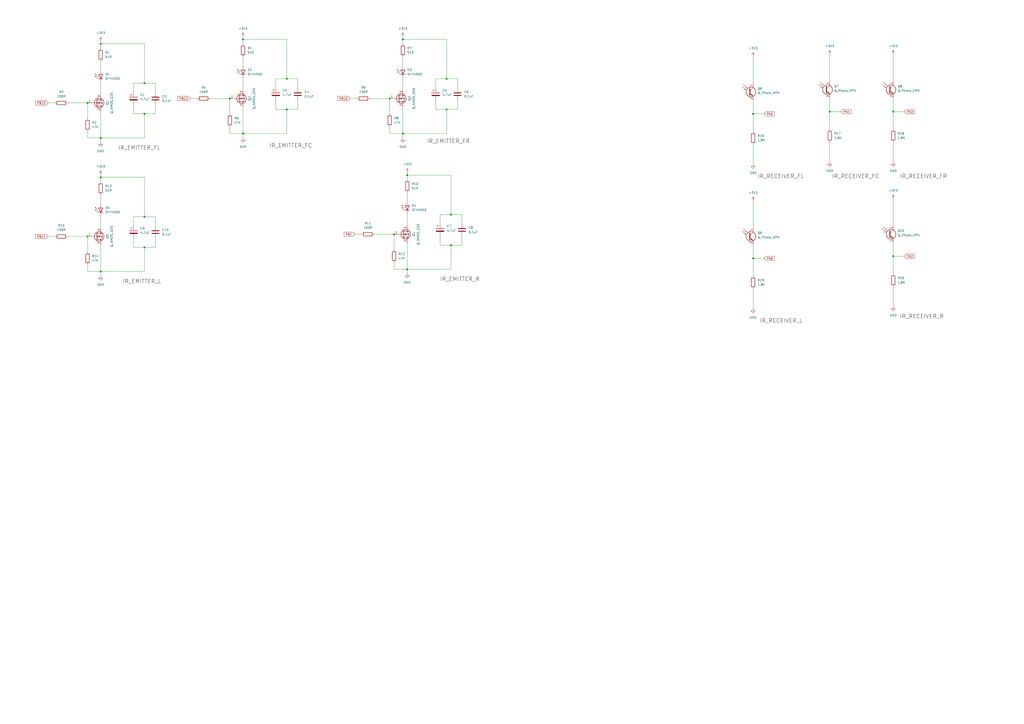
<source format=kicad_sch>
(kicad_sch (version 20250114) (generator "eeschema") (generator_version "9.0")
  (paper "A2")
  (lib_symbols
    (symbol "Device:C" (pin_numbers (hide yes)) (pin_names (offset 0.254))
      (property "Reference" "C" (at 0.635 2.54 0))
      (property "Value" "C" (at 0.635 -2.54 0))
      (symbol "C_0_1"
        (polyline (pts (xy -2.032 0.762) (xy 2.032 0.762)) (stroke (width 0.508)))
        (polyline (pts (xy -2.032 -0.762) (xy 2.032 -0.762)) (stroke (width 0.508)))
      )
      (symbol "C_1_1"
        (pin passive line (at 0 3.81 270) (length 2.794) (name "~") (number "1"))
        (pin passive line (at 0 -3.81 90) (length 2.794) (name "~") (number "2"))
      )
    )
    (symbol "Device:C_Polarized" (pin_numbers (hide yes)) (pin_names (offset 0.254))
      (property "Reference" "C" (at 0.635 2.54 0))
      (property "Value" "C_Polarized" (at 0.635 -2.54 0))
      (symbol "C_Polarized_0_1"
        (rectangle (start -2.286 0.508) (end 2.286 1.016))
        (polyline (pts (xy -1.778 2.286) (xy -0.762 2.286)))
        (polyline (pts (xy -1.27 2.794) (xy -1.27 1.778)))
        (rectangle (start 2.286 -0.508) (end -2.286 -1.016) (fill (type outline)))
      )
      (symbol "C_Polarized_1_1"
        (pin passive line (at 0 3.81 270) (length 2.794) (name "~") (number "1"))
        (pin passive line (at 0 -3.81 90) (length 2.794) (name "~") (number "2"))
      )
    )
    (symbol "Device:Q_Photo_NPN" (pin_names (offset 0) (hide yes))
      (property "Reference" "Q" (at 5.08 1.27 0))
      (property "Value" "Q_Photo_NPN" (at 5.08 -1.27 0))
      (symbol "Q_Photo_NPN_0_1"
        (polyline (pts (xy -3.81 3.175) (xy -1.905 1.27) (xy -1.905 1.905)))
        (polyline (pts (xy -3.175 4.445) (xy -1.27 2.54) (xy -1.27 3.175)))
        (polyline (pts (xy -1.905 1.27) (xy -2.54 1.27)))
        (polyline (pts (xy -1.27 2.54) (xy -1.905 2.54)))
        (polyline (pts (xy 0.635 1.905) (xy 0.635 -1.905) (xy 0.635 -1.905)) (stroke (width 0.508)))
        (polyline (pts (xy 0.635 0.635) (xy 2.54 2.54)))
        (polyline (pts (xy 0.635 -0.635) (xy 2.54 -2.54) (xy 2.54 -2.54)))
        (circle (center 1.27 0) (radius 2.8194) (stroke (width 0.254)))
        (polyline (pts (xy 1.27 -1.778) (xy 1.778 -1.27) (xy 2.286 -2.286) (xy 1.27 -1.778) (xy 1.27 -1.778)) (fill (type outline)))
      )
      (symbol "Q_Photo_NPN_1_1"
        (pin passive line (at 2.54 5.08 270) (length 2.54) (name "C") (number "1"))
        (pin passive line (at 2.54 -5.08 90) (length 2.54) (name "E") (number "2"))
      )
    )
    (symbol "Device:R" (pin_numbers (hide yes)) (pin_names (offset 0))
      (property "Reference" "R" (at 2.032 0 90))
      (property "Value" "R" (at 0 0 90))
      (symbol "R_0_1"
        (rectangle (start -1.016 -2.54) (end 1.016 2.54) (stroke (width 0.254)))
      )
      (symbol "R_1_1"
        (pin passive line (at 0 3.81 270) (length 1.27) (name "~") (number "1"))
        (pin passive line (at 0 -3.81 90) (length 1.27) (name "~") (number "2"))
      )
    )
    (symbol "LED:SFH4550" (pin_numbers (hide yes)) (pin_names (offset 1.016) (hide yes))
      (property "Reference" "D" (at 0.508 1.778 0))
      (property "Value" "SFH4550" (at -1.016 -2.794 0))
      (symbol "SFH4550_0_1"
        (polyline (pts (xy -2.54 1.27) (xy -2.54 -1.27)) (stroke (width 0.254)))
        (polyline (pts (xy -2.413 1.651) (xy -0.889 3.175) (xy -0.889 2.667) (xy -0.889 3.175) (xy -1.397 3.175)))
        (polyline (pts (xy -1.143 1.651) (xy 0.381 3.175) (xy 0.381 2.667)))
        (polyline (pts (xy 0 0) (xy -2.54 0)))
        (polyline (pts (xy 0 -1.27) (xy -2.54 0) (xy 0 1.27) (xy 0 -1.27)) (stroke (width 0.254)))
        (polyline (pts (xy 0.381 3.175) (xy -0.127 3.175)))
      )
      (symbol "SFH4550_1_1"
        (pin passive line (at -5.08 0 0) (length 2.54) (name "K") (number "1"))
        (pin passive line (at 2.54 0 180) (length 2.54) (name "A") (number "2"))
      )
    )
    (symbol "Transistor_FET:Q_NMOS_GDS" (pin_names (offset 0) (hide yes))
      (property "Reference" "Q" (at 5.08 1.905 0))
      (property "Value" "Q_NMOS_GDS" (at 5.08 0 0))
      (symbol "Q_NMOS_GDS_0_1"
        (polyline (pts (xy 0.254 1.905) (xy 0.254 -1.905)) (stroke (width 0.254)))
        (polyline (pts (xy 0.254 0) (xy -2.54 0)))
        (polyline (pts (xy 0.762 2.286) (xy 0.762 1.27)) (stroke (width 0.254)))
        (polyline (pts (xy 0.762 0.508) (xy 0.762 -0.508)) (stroke (width 0.254)))
        (polyline (pts (xy 0.762 -1.27) (xy 0.762 -2.286)) (stroke (width 0.254)))
        (polyline (pts (xy 0.762 -1.778) (xy 3.302 -1.778) (xy 3.302 1.778) (xy 0.762 1.778)))
        (polyline (pts (xy 1.016 0) (xy 2.032 0.381) (xy 2.032 -0.381) (xy 1.016 0)) (fill (type outline)))
        (circle (center 1.651 0) (radius 2.794) (stroke (width 0.254)))
        (polyline (pts (xy 2.54 2.54) (xy 2.54 1.778)))
        (circle (center 2.54 1.778) (radius 0.254) (fill (type outline)))
        (circle (center 2.54 -1.778) (radius 0.254) (fill (type outline)))
        (polyline (pts (xy 2.54 -2.54) (xy 2.54 0) (xy 0.762 0)))
        (polyline (pts (xy 2.921 0.381) (xy 3.683 0.381)))
        (polyline (pts (xy 3.302 0.381) (xy 2.921 -0.254) (xy 3.683 -0.254) (xy 3.302 0.381)))
      )
      (symbol "Q_NMOS_GDS_1_1"
        (pin input line (at -5.08 0 0) (length 2.54) (name "G") (number "1"))
        (pin passive line (at 2.54 5.08 270) (length 2.54) (name "D") (number "2"))
        (pin passive line (at 2.54 -5.08 90) (length 2.54) (name "S") (number "3"))
      )
    )
    (symbol "power:+3V3" (power) (pin_numbers (hide yes)) (pin_names (offset 0) (hide yes))
      (property "Value" "+3V3" (at 0 3.556 0))
      (symbol "+3V3_0_1"
        (polyline (pts (xy -0.762 1.27) (xy 0 2.54)))
        (polyline (pts (xy 0 2.54) (xy 0.762 1.27)))
        (polyline (pts (xy 0 0) (xy 0 2.54)))
      )
      (symbol "+3V3_1_1"
        (pin power_in line (at 0 0 90) (length 0) (name "~") (number "1"))
      )
    )
    (symbol "power:GND" (power) (pin_numbers (hide yes)) (pin_names (offset 0) (hide yes))
      (property "Value" "GND" (at 0 -3.81 0))
      (symbol "GND_0_1"
        (polyline (pts (xy 0 0) (xy 0 -1.27) (xy 1.27 -1.27) (xy 0 -2.54) (xy -1.27 -1.27) (xy 0 -1.27)))
      )
      (symbol "GND_1_1"
        (pin power_in line (at 0 0 270) (length 0) (name "~") (number "1"))
      )
    )
  )
  (junction (at 58.42 157.48))
  (junction (at 140.97 77.47))
  (junction (at 226.06 57.15))
  (junction (at 140.97 22.86))
  (junction (at 228.6 135.89))
  (junction (at 58.42 80.01))
  (junction (at 518.16 148.59))
  (junction (at 58.42 102.87))
  (junction (at 259.08 63.5))
  (junction (at 436.88 149.86))
  (junction (at 83.82 66.04))
  (junction (at 436.88 66.04))
  (junction (at 166.37 45.72))
  (junction (at 58.42 25.4))
  (junction (at 481.33 64.77))
  (junction (at 259.08 45.72))
  (junction (at 261.62 124.46))
  (junction (at 518.16 64.77))
  (junction (at 236.22 101.6))
  (junction (at 133.35 57.15))
  (junction (at 166.37 63.5))
  (junction (at 83.82 143.51))
  (junction (at 261.62 142.24))
  (junction (at 233.68 77.47))
  (junction (at 233.68 22.86))
  (junction (at 50.8 59.69))
  (junction (at 83.82 125.73))
  (junction (at 50.8 137.16))
  (junction (at 83.82 48.26))
  (junction (at 236.22 156.21))
  (wire (pts (xy 261.62 142.24) (xy 261.62 156.21)))
  (wire (pts (xy 90.17 48.26) (xy 90.17 53.34)))
  (wire (pts (xy 226.06 77.47) (xy 233.68 77.47)))
  (wire (pts (xy 77.47 53.34) (xy 77.47 48.26)))
  (wire (pts (xy 133.35 73.66) (xy 133.35 77.47)))
  (wire (pts (xy 436.88 149.86) (xy 436.88 160.02)))
  (wire (pts (xy 50.8 157.48) (xy 58.42 157.48)))
  (wire (pts (xy 259.08 63.5) (xy 259.08 77.47)))
  (wire (pts (xy 77.47 48.26) (xy 83.82 48.26)))
  (wire (pts (xy 518.16 64.77) (xy 518.16 74.93)))
  (wire (pts (xy 58.42 113.03) (xy 58.42 118.11)))
  (wire (pts (xy 203.2 57.15) (xy 207.01 57.15)))
  (wire (pts (xy 236.22 124.46) (xy 236.22 130.81)))
  (wire (pts (xy 436.88 66.04) (xy 436.88 76.2)))
  (wire (pts (xy 133.35 66.04) (xy 133.35 57.15)))
  (wire (pts (xy 172.72 45.72) (xy 172.72 50.8)))
  (wire (pts (xy 252.73 58.42) (xy 252.73 63.5)))
  (wire (pts (xy 110.49 57.15) (xy 114.3 57.15)))
  (wire (pts (xy 228.6 152.4) (xy 228.6 156.21)))
  (wire (pts (xy 166.37 63.5) (xy 166.37 77.47)))
  (wire (pts (xy 518.16 31.75) (xy 518.16 46.99)))
  (wire (pts (xy 77.47 138.43) (xy 77.47 143.51)))
  (wire (pts (xy 436.88 83.82) (xy 436.88 95.25)))
  (wire (pts (xy 518.16 166.37) (xy 518.16 177.8)))
  (wire (pts (xy 233.68 77.47) (xy 233.68 80.01)))
  (wire (pts (xy 518.16 64.77) (xy 524.51 64.77)))
  (wire (pts (xy 58.42 157.48) (xy 58.42 160.02)))
  (wire (pts (xy 58.42 24.13) (xy 58.42 25.4)))
  (wire (pts (xy 261.62 156.21) (xy 236.22 156.21)))
  (wire (pts (xy 50.8 68.58) (xy 50.8 59.69)))
  (wire (pts (xy 518.16 148.59) (xy 524.51 148.59)))
  (wire (pts (xy 140.97 62.23) (xy 140.97 77.47)))
  (wire (pts (xy 436.88 58.42) (xy 436.88 66.04)))
  (wire (pts (xy 58.42 80.01) (xy 58.42 82.55)))
  (wire (pts (xy 481.33 64.77) (xy 487.68 64.77)))
  (wire (pts (xy 83.82 25.4) (xy 83.82 48.26)))
  (wire (pts (xy 236.22 101.6) (xy 261.62 101.6)))
  (wire (pts (xy 140.97 22.86) (xy 140.97 25.4)))
  (wire (pts (xy 205.74 135.89) (xy 209.55 135.89)))
  (wire (pts (xy 217.17 135.89) (xy 228.6 135.89)))
  (wire (pts (xy 83.82 80.01) (xy 58.42 80.01)))
  (wire (pts (xy 518.16 82.55) (xy 518.16 93.98)))
  (wire (pts (xy 27.94 137.16) (xy 31.75 137.16)))
  (wire (pts (xy 518.16 115.57) (xy 518.16 130.81)))
  (wire (pts (xy 50.8 146.05) (xy 50.8 137.16)))
  (wire (pts (xy 140.97 22.86) (xy 166.37 22.86)))
  (wire (pts (xy 166.37 45.72) (xy 172.72 45.72)))
  (wire (pts (xy 166.37 22.86) (xy 166.37 45.72)))
  (wire (pts (xy 267.97 124.46) (xy 267.97 129.54)))
  (wire (pts (xy 236.22 156.21) (xy 236.22 158.75)))
  (wire (pts (xy 226.06 73.66) (xy 226.06 77.47)))
  (wire (pts (xy 166.37 63.5) (xy 160.02 63.5)))
  (wire (pts (xy 77.47 60.96) (xy 77.47 66.04)))
  (wire (pts (xy 233.68 22.86) (xy 259.08 22.86)))
  (wire (pts (xy 58.42 142.24) (xy 58.42 157.48)))
  (wire (pts (xy 133.35 77.47) (xy 140.97 77.47)))
  (wire (pts (xy 160.02 45.72) (xy 166.37 45.72)))
  (wire (pts (xy 481.33 64.77) (xy 481.33 74.93)))
  (wire (pts (xy 58.42 64.77) (xy 58.42 80.01)))
  (wire (pts (xy 27.94 59.69) (xy 31.75 59.69)))
  (wire (pts (xy 233.68 45.72) (xy 233.68 52.07)))
  (wire (pts (xy 90.17 125.73) (xy 90.17 130.81)))
  (wire (pts (xy 140.97 33.02) (xy 140.97 38.1)))
  (wire (pts (xy 140.97 21.59) (xy 140.97 22.86)))
  (wire (pts (xy 121.92 57.15) (xy 133.35 57.15)))
  (wire (pts (xy 83.82 157.48) (xy 58.42 157.48)))
  (wire (pts (xy 58.42 102.87) (xy 58.42 105.41)))
  (wire (pts (xy 255.27 137.16) (xy 255.27 142.24)))
  (wire (pts (xy 261.62 124.46) (xy 267.97 124.46)))
  (wire (pts (xy 58.42 25.4) (xy 58.42 27.94)))
  (wire (pts (xy 83.82 143.51) (xy 77.47 143.51)))
  (wire (pts (xy 481.33 57.15) (xy 481.33 64.77)))
  (wire (pts (xy 233.68 62.23) (xy 233.68 77.47)))
  (wire (pts (xy 236.22 100.33) (xy 236.22 101.6)))
  (wire (pts (xy 261.62 101.6) (xy 261.62 124.46)))
  (wire (pts (xy 259.08 63.5) (xy 252.73 63.5)))
  (wire (pts (xy 233.68 21.59) (xy 233.68 22.86)))
  (wire (pts (xy 236.22 111.76) (xy 236.22 116.84)))
  (wire (pts (xy 267.97 137.16) (xy 267.97 142.24)))
  (wire (pts (xy 252.73 50.8) (xy 252.73 45.72)))
  (wire (pts (xy 160.02 58.42) (xy 160.02 63.5)))
  (wire (pts (xy 436.88 66.04) (xy 443.23 66.04)))
  (wire (pts (xy 58.42 48.26) (xy 58.42 54.61)))
  (wire (pts (xy 58.42 101.6) (xy 58.42 102.87)))
  (wire (pts (xy 50.8 76.2) (xy 50.8 80.01)))
  (wire (pts (xy 436.88 167.64) (xy 436.88 179.07)))
  (wire (pts (xy 172.72 63.5) (xy 166.37 63.5)))
  (wire (pts (xy 90.17 66.04) (xy 83.82 66.04)))
  (wire (pts (xy 236.22 140.97) (xy 236.22 156.21)))
  (wire (pts (xy 518.16 140.97) (xy 518.16 148.59)))
  (wire (pts (xy 166.37 77.47) (xy 140.97 77.47)))
  (wire (pts (xy 265.43 45.72) (xy 265.43 50.8)))
  (wire (pts (xy 58.42 35.56) (xy 58.42 40.64)))
  (wire (pts (xy 90.17 143.51) (xy 83.82 143.51)))
  (wire (pts (xy 265.43 63.5) (xy 259.08 63.5)))
  (wire (pts (xy 267.97 142.24) (xy 261.62 142.24)))
  (wire (pts (xy 481.33 82.55) (xy 481.33 93.98)))
  (wire (pts (xy 58.42 25.4) (xy 83.82 25.4)))
  (wire (pts (xy 261.62 142.24) (xy 255.27 142.24)))
  (wire (pts (xy 436.88 149.86) (xy 443.23 149.86)))
  (wire (pts (xy 255.27 124.46) (xy 261.62 124.46)))
  (wire (pts (xy 39.37 137.16) (xy 50.8 137.16)))
  (wire (pts (xy 83.82 143.51) (xy 83.82 157.48)))
  (wire (pts (xy 255.27 129.54) (xy 255.27 124.46)))
  (wire (pts (xy 228.6 156.21) (xy 236.22 156.21)))
  (wire (pts (xy 83.82 48.26) (xy 90.17 48.26)))
  (wire (pts (xy 265.43 58.42) (xy 265.43 63.5)))
  (wire (pts (xy 58.42 102.87) (xy 83.82 102.87)))
  (wire (pts (xy 83.82 125.73) (xy 90.17 125.73)))
  (wire (pts (xy 160.02 50.8) (xy 160.02 45.72)))
  (wire (pts (xy 518.16 57.15) (xy 518.16 64.77)))
  (wire (pts (xy 140.97 45.72) (xy 140.97 52.07)))
  (wire (pts (xy 83.82 66.04) (xy 83.82 80.01)))
  (wire (pts (xy 39.37 59.69) (xy 50.8 59.69)))
  (wire (pts (xy 172.72 58.42) (xy 172.72 63.5)))
  (wire (pts (xy 233.68 33.02) (xy 233.68 38.1)))
  (wire (pts (xy 436.88 33.02) (xy 436.88 48.26)))
  (wire (pts (xy 259.08 22.86) (xy 259.08 45.72)))
  (wire (pts (xy 77.47 125.73) (xy 83.82 125.73)))
  (wire (pts (xy 58.42 125.73) (xy 58.42 132.08)))
  (wire (pts (xy 90.17 138.43) (xy 90.17 143.51)))
  (wire (pts (xy 259.08 45.72) (xy 265.43 45.72)))
  (wire (pts (xy 83.82 102.87) (xy 83.82 125.73)))
  (wire (pts (xy 436.88 142.24) (xy 436.88 149.86)))
  (wire (pts (xy 481.33 31.75) (xy 481.33 46.99)))
  (wire (pts (xy 518.16 148.59) (xy 518.16 158.75)))
  (wire (pts (xy 259.08 77.47) (xy 233.68 77.47)))
  (wire (pts (xy 226.06 66.04) (xy 226.06 57.15)))
  (wire (pts (xy 50.8 153.67) (xy 50.8 157.48)))
  (wire (pts (xy 252.73 45.72) (xy 259.08 45.72)))
  (wire (pts (xy 436.88 116.84) (xy 436.88 132.08)))
  (wire (pts (xy 228.6 144.78) (xy 228.6 135.89)))
  (wire (pts (xy 236.22 101.6) (xy 236.22 104.14)))
  (wire (pts (xy 90.17 60.96) (xy 90.17 66.04)))
  (wire (pts (xy 233.68 22.86) (xy 233.68 25.4)))
  (wire (pts (xy 83.82 66.04) (xy 77.47 66.04)))
  (wire (pts (xy 214.63 57.15) (xy 226.06 57.15)))
  (wire (pts (xy 50.8 80.01) (xy 58.42 80.01)))
  (wire (pts (xy 77.47 130.81) (xy 77.47 125.73)))
  (wire (pts (xy 140.97 77.47) (xy 140.97 80.01)))
  (label "IR_EMITTER_FR" (at 247.65 83.82 0) (effects (font (size 2.286 2.286))))
  (label "IR_RECEIVER_FL" (at 439.42 104.14 0) (effects (font (size 2.286 2.286))))
  (label "" (at 74.93 86.36 0) (effects (font (size 2.286 2.286))))
  (label "IR_RECEIVER_L" (at 440.69 187.96 0) (effects (font (size 2.286 2.286))))
  (label "IR_EMITTER_FL" (at 68.58 87.63 0) (effects (font (size 2.286 2.286))))
  (label "IR_EMITTER_FC" (at 156.21 86.36 0) (effects (font (size 2.286 2.286))))
  (label "IR_RECEIVER_FC" (at 482.6 104.14 0) (effects (font (size 2.286 2.286))))
  (label "" (at 68.58 62.23 0))
  (label "IR_EMITTER_L" (at 71.12 165.1 0) (effects (font (size 2.286 2.286))))
  (label "IR_EMITTER_R" (at 255.27 163.83 0) (effects (font (size 2.286 2.286))))
  (label "IR_RECEIVER_FR" (at 521.97 104.14 0) (effects (font (size 2.286 2.286))))
  (label "IR_RECEIVER_R" (at 521.97 185.42 0) (effects (font (size 2.286 2.286))))
  (global_label "PB12" (shape input) (at 110.49 57.15 180) (property "Intersheetrefs" "${INTERSHEET_REFS}" (effects (hide yes))))
  (global_label "PB10" (shape input) (at 203.2 57.15 180) (property "Intersheetrefs" "${INTERSHEET_REFS}" (effects (hide yes))))
  (global_label "PB14" (shape input) (at 27.94 137.16 180) (property "Intersheetrefs" "${INTERSHEET_REFS}" (effects (hide yes))))
  (global_label "PA4" (shape input) (at 487.68 64.77 0) (property "Intersheetrefs" "${INTERSHEET_REFS}" (effects (hide yes))))
  (global_label "PB13" (shape input) (at 27.94 59.69 180) (property "Intersheetrefs" "${INTERSHEET_REFS}" (effects (hide yes))))
  (global_label "PA2" (shape input) (at 524.51 148.59 0) (property "Intersheetrefs" "${INTERSHEET_REFS}" (effects (hide yes))))
  (global_label "PA5" (shape input) (at 443.23 66.04 0) (property "Intersheetrefs" "${INTERSHEET_REFS}" (effects (hide yes))))
  (global_label "PA3" (shape input) (at 524.51 64.77 0) (property "Intersheetrefs" "${INTERSHEET_REFS}" (effects (hide yes))))
  (global_label "PA6" (shape input) (at 443.23 149.86 0) (property "Intersheetrefs" "${INTERSHEET_REFS}" (effects (hide yes))))
  (global_label "PB1" (shape input) (at 205.74 135.89 180) (property "Intersheetrefs" "${INTERSHEET_REFS}" (effects (hide yes))))
  (symbol (lib_id "power:+3V3") (at 140.97 21.59 0) (unit 1)
    (property "Reference" "#PWR0108" (effects (hide yes)))
    (property "Value" "+3V3" (at 140.97 16.51 0))
    (property "Description" "Power symbol creates a global label with name \"+3V3\"" (effects (hide yes)))
    (instances (project "Micromouse" (path "" (reference "#PWR0108") (unit 1)) (path "" (reference "#PWR05") (unit 1))))
  )
  (symbol (lib_id "Device:Q_Photo_NPN") (at 478.79 52.07 0) (unit 1)
    (property "Reference" "Q7" (at 483.87 50.0506 0) (effects (justify left)))
    (property "Value" "Q_Photo_NPN" (at 483.87 52.5906 0) (effects (justify left)))
    (property "Description" "NPN phototransistor, collector/emitter" (effects (hide yes)))
    (instances (project "Micromouse" (path "" (reference "Q7") (unit 1)) (path "" (reference "Q18") (unit 1))))
  )
  (symbol (lib_id "Device:R") (at 436.88 80.01 0) (unit 1)
    (property "Reference" "R16" (at 439.42 78.7399 0) (effects (justify left)))
    (property "Value" "1.8K" (at 439.42 81.2799 0) (effects (justify left)))
    (property "Description" "Resistor" (effects (hide yes)))
    (instances (project "Micromouse" (path "" (reference "R16") (unit 1)) (path "" (reference "R36") (unit 1))))
  )
  (symbol (lib_id "Device:C") (at 90.17 134.62 0) (unit 1)
    (property "Reference" "C10" (at 93.98 133.3499 0) (effects (justify left)))
    (property "Value" "0.1uF" (at 93.98 135.8899 0) (effects (justify left)))
    (property "Description" "Unpolarized capacitor" (effects (hide yes)))
    (instances (project "Micromouse" (path "" (reference "C10") (unit 1)) (path "" (reference "C22") (unit 1))))
  )
  (symbol (lib_id "power:+3V3") (at 518.16 31.75 0) (unit 1)
    (property "Reference" "#PWR0110" (effects (hide yes)))
    (property "Value" "+3V3" (at 518.16 26.67 0))
    (property "Description" "Power symbol creates a global label with name \"+3V3\"" (effects (hide yes)))
    (instances (project "Micromouse" (path "" (reference "#PWR0110") (unit 1)) (path "" (reference "#PWR017") (unit 1))))
  )
  (symbol (lib_id "Device:R") (at 226.06 69.85 0) (unit 1)
    (property "Reference" "R8" (at 228.6 68.5799 0) (effects (justify left)))
    (property "Value" "47K" (at 228.6 71.1199 0) (effects (justify left)))
    (property "Description" "Resistor" (effects (hide yes)))
    (instances (project "Micromouse" (path "" (reference "R8") (unit 1)) (path "" (reference "R32") (unit 1))))
  )
  (symbol (lib_id "power:GND") (at 58.42 160.02 0) (unit 1)
    (property "Reference" "#PWR0117" (effects (hide yes)))
    (property "Value" "GND" (at 58.42 165.1 0))
    (property "Description" "Power symbol creates a global label with name \"GND\" , ground" (effects (hide yes)))
    (instances (project "Micromouse" (path "" (reference "#PWR0117") (unit 1)) (path "" (reference "#PWR04") (unit 1))))
  )
  (symbol (lib_id "Device:R") (at 233.68 29.21 0) (unit 1)
    (property "Reference" "R7" (at 236.22 27.9399 0) (effects (justify left)))
    (property "Value" "51R" (at 236.22 30.4799 0) (effects (justify left)))
    (property "Description" "Resistor" (effects (hide yes)))
    (instances (project "Micromouse" (path "" (reference "R7") (unit 1)) (path "" (reference "R34") (unit 1))))
  )
  (symbol (lib_id "Device:R") (at 213.36 135.89 90) (unit 1)
    (property "Reference" "R11" (at 213.36 129.54 90))
    (property "Value" "100R" (at 213.36 132.08 90))
    (property "Description" "Resistor" (effects (hide yes)))
    (instances (project "Micromouse" (path "" (reference "R11") (unit 1)) (path "" (reference "R31") (unit 1))))
  )
  (symbol (lib_id "power:+3V3") (at 518.16 115.57 0) (unit 1)
    (property "Reference" "#PWR0119" (effects (hide yes)))
    (property "Value" "+3V3" (at 518.16 110.49 0))
    (property "Description" "Power symbol creates a global label with name \"+3V3\"" (effects (hide yes)))
    (instances (project "Micromouse" (path "" (reference "#PWR0119") (unit 1)) (path "" (reference "#PWR019") (unit 1))))
  )
  (symbol (lib_id "Transistor_FET:Q_NMOS_GDS") (at 55.88 137.16 0) (mirror x) (unit 1)
    (property "Reference" "Q5" (at 62.23 137.16 90))
    (property "Value" "Q_NMOS_GDS" (at 64.77 137.16 90))
    (property "Footprint" "Package_TO_SOT_SMD:SOT-23" (effects (hide yes)))
    (property "Datasheet" "kicad-embed://si2312cd.pdf" (effects (hide yes)))
    (property "Description" "N-MOSFET transistor, gate/drain/source" (effects (hide yes)))
    (instances (project "Micromouse" (path "" (reference "Q5") (unit 1)) (path "" (reference "Q12") (unit 1))))
  )
  (symbol (lib_id "power:GND") (at 481.33 93.98 0) (unit 1)
    (property "Reference" "#PWR0109" (effects (hide yes)))
    (property "Value" "GND" (at 481.33 99.06 0))
    (property "Description" "Power symbol creates a global label with name \"GND\" , ground" (effects (hide yes)))
    (instances (project "Micromouse" (path "" (reference "#PWR0109") (unit 1)) (path "" (reference "#PWR016") (unit 1))))
  )
  (symbol (lib_id "power:GND") (at 518.16 177.8 0) (unit 1)
    (property "Reference" "#PWR0121" (effects (hide yes)))
    (property "Value" "GND" (at 518.16 182.88 0))
    (property "Description" "Power symbol creates a global label with name \"GND\" , ground" (effects (hide yes)))
    (instances (project "Micromouse" (path "" (reference "#PWR0121") (unit 1)) (path "" (reference "#PWR020") (unit 1))))
  )
  (symbol (lib_id "LED:SFH4550") (at 233.68 40.64 90) (unit 1)
    (property "Reference" "D3" (at 236.22 40.5129 90) (effects (justify right)))
    (property "Value" "SFH4550" (at 236.22 43.0529 90) (effects (justify right)))
    (property "Footprint" "LED_THT:LED_D5.0mm_IRGrey" (effects (hide yes)))
    (property "Datasheet" "kicad-embed://SFH 4550_EN datasheet.pdf" (effects (hide yes)))
    (property "Description" "950nm High-Power IR-LED, 5mm" (effects (hide yes)))
    (instances (project "Micromouse" (path "" (reference "D3") (unit 1)) (path "" (reference "D9") (unit 1))))
  )
  (symbol (lib_id "power:GND") (at 58.42 82.55 0) (unit 1)
    (property "Reference" "#PWR0122" (effects (hide yes)))
    (property "Value" "GND" (at 58.42 87.63 0))
    (property "Description" "Power symbol creates a global label with name \"GND\" , ground" (effects (hide yes)))
    (instances (project "Micromouse" (path "" (reference "#PWR0122") (unit 1)) (path "" (reference "#PWR02") (unit 1))))
  )
  (symbol (lib_id "Device:Q_Photo_NPN") (at 434.34 53.34 0) (unit 1)
    (property "Reference" "Q6" (at 439.42 51.3206 0) (effects (justify left)))
    (property "Value" "Q_Photo_NPN" (at 439.42 53.8606 0) (effects (justify left)))
    (property "Description" "NPN phototransistor, collector/emitter" (effects (hide yes)))
    (instances (project "Micromouse" (path "" (reference "Q6") (unit 1)) (path "" (reference "Q16") (unit 1))))
  )
  (symbol (lib_id "power:+3V3") (at 58.42 101.6 0) (unit 1)
    (property "Reference" "#PWR0123" (effects (hide yes)))
    (property "Value" "+3V3" (at 58.42 96.52 0))
    (property "Description" "Power symbol creates a global label with name \"+3V3\"" (effects (hide yes)))
    (instances (project "Micromouse" (path "" (reference "#PWR0123") (unit 1)) (path "" (reference "#PWR03") (unit 1))))
  )
  (symbol (lib_id "power:GND") (at 436.88 95.25 0) (unit 1)
    (property "Reference" "#PWR0114" (effects (hide yes)))
    (property "Value" "GND" (at 436.88 100.33 0))
    (property "Description" "Power symbol creates a global label with name \"GND\" , ground" (effects (hide yes)))
    (instances (project "Micromouse" (path "" (reference "#PWR0114") (unit 1)) (path "" (reference "#PWR012") (unit 1))))
  )
  (symbol (lib_id "power:+3V3") (at 233.68 21.59 0) (unit 1)
    (property "Reference" "#PWR0116" (effects (hide yes)))
    (property "Value" "+3V3" (at 233.68 16.51 0))
    (property "Description" "Power symbol creates a global label with name \"+3V3\"" (effects (hide yes)))
    (instances (project "Micromouse" (path "" (reference "#PWR0116") (unit 1)) (path "" (reference "#PWR07") (unit 1))))
  )
  (symbol (lib_id "Device:R") (at 481.33 78.74 0) (unit 1)
    (property "Reference" "R17" (at 483.87 77.4699 0) (effects (justify left)))
    (property "Value" "1.8K" (at 483.87 80.0099 0) (effects (justify left)))
    (property "Description" "Resistor" (effects (hide yes)))
    (instances (project "Micromouse" (path "" (reference "R17") (unit 1)) (path "" (reference "R38") (unit 1))))
  )
  (symbol (lib_id "Device:R") (at 58.42 31.75 0) (unit 1)
    (property "Reference" "R1" (at 60.96 30.4799 0) (effects (justify left)))
    (property "Value" "51R" (at 60.96 33.0199 0) (effects (justify left)))
    (property "Description" "Resistor" (effects (hide yes)))
    (instances (project "Micromouse" (path "" (reference "R1") (unit 1)) (path "" (reference "R25") (unit 1))))
  )
  (symbol (lib_id "power:GND") (at 518.16 93.98 0) (unit 1)
    (property "Reference" "#PWR0113" (effects (hide yes)))
    (property "Value" "GND" (at 518.16 99.06 0))
    (property "Description" "Power symbol creates a global label with name \"GND\" , ground" (effects (hide yes)))
    (instances (project "Micromouse" (path "" (reference "#PWR0113") (unit 1)) (path "" (reference "#PWR018") (unit 1))))
  )
  (symbol (lib_id "LED:SFH4550") (at 58.42 120.65 90) (unit 1)
    (property "Reference" "D5" (at 60.96 120.5229 90) (effects (justify right)))
    (property "Value" "SFH4550" (at 60.96 123.0629 90) (effects (justify right)))
    (property "Footprint" "LED_THT:LED_D5.0mm_IRGrey" (effects (hide yes)))
    (property "Datasheet" "kicad-embed://SFH 4550_EN datasheet.pdf" (effects (hide yes)))
    (property "Description" "950nm High-Power IR-LED, 5mm" (effects (hide yes)))
    (instances (project "Micromouse" (path "" (reference "D5") (unit 1)) (path "" (reference "D7") (unit 1))))
  )
  (symbol (lib_id "Device:R") (at 236.22 107.95 0) (unit 1)
    (property "Reference" "R10" (at 238.76 106.6799 0) (effects (justify left)))
    (property "Value" "51R" (at 238.76 109.2199 0) (effects (justify left)))
    (property "Description" "Resistor" (effects (hide yes)))
    (instances (project "Micromouse" (path "" (reference "R10") (unit 1)) (path "" (reference "R35") (unit 1))))
  )
  (symbol (lib_id "power:+3V3") (at 436.88 33.02 0) (unit 1)
    (property "Reference" "#PWR0111" (effects (hide yes)))
    (property "Value" "+3V3" (at 436.88 27.94 0))
    (property "Description" "Power symbol creates a global label with name \"+3V3\"" (effects (hide yes)))
    (instances (project "Micromouse" (path "" (reference "#PWR0111") (unit 1)) (path "" (reference "#PWR011") (unit 1))))
  )
  (symbol (lib_id "LED:SFH4550") (at 140.97 40.64 90) (unit 1)
    (property "Reference" "D2" (at 143.51 40.5129 90) (effects (justify right)))
    (property "Value" "SFH4550" (at 143.51 43.0529 90) (effects (justify right)))
    (property "Footprint" "LED_THT:LED_D5.0mm_IRGrey" (effects (hide yes)))
    (property "Datasheet" "kicad-embed://SFH 4550_EN datasheet.pdf" (effects (hide yes)))
    (property "Description" "950nm High-Power IR-LED, 5mm" (effects (hide yes)))
    (instances (project "Micromouse" (path "" (reference "D2") (unit 1)) (path "" (reference "D8") (unit 1))))
  )
  (symbol (lib_id "Device:R") (at 118.11 57.15 90) (unit 1)
    (property "Reference" "R5" (at 118.11 50.8 90))
    (property "Value" "100R" (at 118.11 53.34 90))
    (property "Description" "Resistor" (effects (hide yes)))
    (instances (project "Micromouse" (path "" (reference "R5") (unit 1)) (path "" (reference "R27") (unit 1))))
  )
  (symbol (lib_id "Transistor_FET:Q_NMOS_GDS") (at 231.14 57.15 0) (mirror x) (unit 1)
    (property "Reference" "Q3" (at 237.49 57.15 90))
    (property "Value" "Q_NMOS_GDS" (at 240.03 57.15 90))
    (property "Footprint" "Package_TO_SOT_SMD:SOT-23" (effects (hide yes)))
    (property "Datasheet" "kicad-embed://si2312cd.pdf" (effects (hide yes)))
    (property "Description" "N-MOSFET transistor, gate/drain/source" (effects (hide yes)))
    (instances (project "Micromouse" (path "" (reference "Q3") (unit 1)) (path "" (reference "Q14") (unit 1))))
  )
  (symbol (lib_id "Device:C_Polarized") (at 252.73 54.61 0) (unit 1)
    (property "Reference" "C5" (at 256.54 52.4509 0) (effects (justify left)))
    (property "Value" "4.7uF" (at 256.54 54.9909 0) (effects (justify left)))
    (property "Description" "Polarized capacitor" (effects (hide yes)))
    (instances (project "Micromouse" (path "" (reference "C5") (unit 1)) (path "" (reference "C25") (unit 1))))
  )
  (symbol (lib_id "power:+3V3") (at 58.42 24.13 0) (unit 1)
    (property "Reference" "#PWR0106" (effects (hide yes)))
    (property "Value" "+3V3" (at 58.42 19.05 0))
    (property "Description" "Power symbol creates a global label with name \"+3V3\"" (effects (hide yes)))
    (instances (project "Micromouse" (path "" (reference "#PWR0106") (unit 1)) (path "" (reference "#PWR01") (unit 1))))
  )
  (symbol (lib_id "Device:C") (at 172.72 54.61 0) (unit 1)
    (property "Reference" "C4" (at 176.53 53.3399 0) (effects (justify left)))
    (property "Value" "0.1uF" (at 176.53 55.8799 0) (effects (justify left)))
    (property "Description" "Unpolarized capacitor" (effects (hide yes)))
    (instances (project "Micromouse" (path "" (reference "C4") (unit 1)) (path "" (reference "C24") (unit 1))))
  )
  (symbol (lib_id "Device:C_Polarized") (at 255.27 133.35 0) (unit 1)
    (property "Reference" "C7" (at 259.08 131.1909 0) (effects (justify left)))
    (property "Value" "4.7uF" (at 259.08 133.7309 0) (effects (justify left)))
    (property "Description" "Polarized capacitor" (effects (hide yes)))
    (instances (project "Micromouse" (path "" (reference "C7") (unit 1)) (path "" (reference "C26") (unit 1))))
  )
  (symbol (lib_id "power:GND") (at 233.68 80.01 0) (unit 1)
    (property "Reference" "#PWR0115" (effects (hide yes)))
    (property "Value" "GND" (at 233.68 85.09 0))
    (property "Description" "Power symbol creates a global label with name \"GND\" , ground" (effects (hide yes)))
    (instances (project "Micromouse" (path "" (reference "#PWR0115") (unit 1)) (path "" (reference "#PWR08") (unit 1))))
  )
  (symbol (lib_id "Device:R") (at 518.16 78.74 0) (unit 1)
    (property "Reference" "R18" (at 520.7 77.4699 0) (effects (justify left)))
    (property "Value" "1.8K" (at 520.7 80.0099 0) (effects (justify left)))
    (property "Description" "Resistor" (effects (hide yes)))
    (instances (project "Micromouse" (path "" (reference "R18") (unit 1)) (path "" (reference "R39") (unit 1))))
  )
  (symbol (lib_id "Device:C_Polarized") (at 77.47 57.15 0) (unit 1)
    (property "Reference" "C1" (at 81.28 54.9909 0) (effects (justify left)))
    (property "Value" "4.7uF" (at 81.28 57.5309 0) (effects (justify left)))
    (property "Description" "Polarized capacitor" (effects (hide yes)))
    (instances (project "Micromouse" (path "" (reference "C1") (unit 1)) (path "" (reference "C19") (unit 1))))
  )
  (symbol (lib_id "Transistor_FET:Q_NMOS_GDS") (at 138.43 57.15 0) (mirror x) (unit 1)
    (property "Reference" "Q2" (at 144.78 57.15 90))
    (property "Value" "Q_NMOS_GDS" (at 147.32 57.15 90))
    (property "Footprint" "Package_TO_SOT_SMD:SOT-23" (effects (hide yes)))
    (property "Datasheet" "kicad-embed://si2312cd.pdf" (effects (hide yes)))
    (property "Description" "N-MOSFET transistor, gate/drain/source" (effects (hide yes)))
    (instances (project "Micromouse" (path "" (reference "Q2") (unit 1)) (path "" (reference "Q13") (unit 1))))
  )
  (symbol (lib_id "Device:R") (at 518.16 162.56 0) (unit 1)
    (property "Reference" "R20" (at 520.7 161.2899 0) (effects (justify left)))
    (property "Value" "1.8K" (at 520.7 163.8299 0) (effects (justify left)))
    (property "Description" "Resistor" (effects (hide yes)))
    (instances (project "Micromouse" (path "" (reference "R20") (unit 1)) (path "" (reference "R40") (unit 1))))
  )
  (symbol (lib_id "Device:C") (at 265.43 54.61 0) (unit 1)
    (property "Reference" "C6" (at 269.24 53.3399 0) (effects (justify left)))
    (property "Value" "0.1uF" (at 269.24 55.8799 0) (effects (justify left)))
    (property "Description" "Unpolarized capacitor" (effects (hide yes)))
    (instances (project "Micromouse" (path "" (reference "C6") (unit 1)) (path "" (reference "C27") (unit 1))))
  )
  (symbol (lib_id "Device:C_Polarized") (at 77.47 134.62 0) (unit 1)
    (property "Reference" "C9" (at 81.28 132.4609 0) (effects (justify left)))
    (property "Value" "4.7uF" (at 81.28 135.0009 0) (effects (justify left)))
    (property "Description" "Polarized capacitor" (effects (hide yes)))
    (instances (project "Micromouse" (path "" (reference "C9") (unit 1)) (path "" (reference "C20") (unit 1))))
  )
  (symbol (lib_id "LED:SFH4550") (at 236.22 119.38 90) (unit 1)
    (property "Reference" "D4" (at 238.76 119.2529 90) (effects (justify right)))
    (property "Value" "SFH4550" (at 238.76 121.7929 90) (effects (justify right)))
    (property "Footprint" "LED_THT:LED_D5.0mm_IRGrey" (effects (hide yes)))
    (property "Datasheet" "kicad-embed://SFH 4550_EN datasheet.pdf" (effects (hide yes)))
    (property "Description" "950nm High-Power IR-LED, 5mm" (effects (hide yes)))
    (instances (project "Micromouse" (path "" (reference "D4") (unit 1)) (path "" (reference "D10") (unit 1))))
  )
  (symbol (lib_id "power:GND") (at 236.22 158.75 0) (unit 1)
    (property "Reference" "#PWR0104" (effects (hide yes)))
    (property "Value" "GND" (at 236.22 163.83 0))
    (property "Description" "Power symbol creates a global label with name \"GND\" , ground" (effects (hide yes)))
    (instances (project "Micromouse" (path "" (reference "#PWR0104") (unit 1)) (path "" (reference "#PWR010") (unit 1))))
  )
  (symbol (lib_id "power:+3V3") (at 436.88 116.84 0) (unit 1)
    (property "Reference" "#PWR0118" (effects (hide yes)))
    (property "Value" "+3V3" (at 436.88 111.76 0))
    (property "Description" "Power symbol creates a global label with name \"+3V3\"" (effects (hide yes)))
    (instances (project "Micromouse" (path "" (reference "#PWR0118") (unit 1)) (path "" (reference "#PWR013") (unit 1))))
  )
  (symbol (lib_id "Device:Q_Photo_NPN") (at 515.62 52.07 0) (unit 1)
    (property "Reference" "Q8" (at 520.7 50.0506 0) (effects (justify left)))
    (property "Value" "Q_Photo_NPN" (at 520.7 52.5906 0) (effects (justify left)))
    (property "Description" "NPN phototransistor, collector/emitter" (effects (hide yes)))
    (instances (project "Micromouse" (path "" (reference "Q8") (unit 1)) (path "" (reference "Q19") (unit 1))))
  )
  (symbol (lib_id "power:GND") (at 436.88 179.07 0) (unit 1)
    (property "Reference" "#PWR0120" (effects (hide yes)))
    (property "Value" "GND" (at 436.88 184.15 0))
    (property "Description" "Power symbol creates a global label with name \"GND\" , ground" (effects (hide yes)))
    (instances (project "Micromouse" (path "" (reference "#PWR0120") (unit 1)) (path "" (reference "#PWR014") (unit 1))))
  )
  (symbol (lib_id "power:+3V3") (at 236.22 100.33 0) (unit 1)
    (property "Reference" "#PWR0105" (effects (hide yes)))
    (property "Value" "+3V3" (at 236.22 95.25 0))
    (property "Description" "Power symbol creates a global label with name \"+3V3\"" (effects (hide yes)))
    (instances (project "Micromouse" (path "" (reference "#PWR0105") (unit 1)) (path "" (reference "#PWR09") (unit 1))))
  )
  (symbol (lib_id "Device:R") (at 133.35 69.85 0) (unit 1)
    (property "Reference" "R6" (at 135.89 68.5799 0) (effects (justify left)))
    (property "Value" "47K" (at 135.89 71.1199 0) (effects (justify left)))
    (property "Description" "Resistor" (effects (hide yes)))
    (instances (project "Micromouse" (path "" (reference "R6") (unit 1)) (path "" (reference "R28") (unit 1))))
  )
  (symbol (lib_id "Device:R") (at 436.88 163.83 0) (unit 1)
    (property "Reference" "R19" (at 439.42 162.5599 0) (effects (justify left)))
    (property "Value" "1.8K" (at 439.42 165.0999 0) (effects (justify left)))
    (property "Description" "Resistor" (effects (hide yes)))
    (instances (project "Micromouse" (path "" (reference "R19") (unit 1)) (path "" (reference "R37") (unit 1))))
  )
  (symbol (lib_id "Device:R") (at 140.97 29.21 0) (unit 1)
    (property "Reference" "R4" (at 143.51 27.9399 0) (effects (justify left)))
    (property "Value" "51R" (at 143.51 30.4799 0) (effects (justify left)))
    (property "Description" "Resistor" (effects (hide yes)))
    (instances (project "Micromouse" (path "" (reference "R4") (unit 1)) (path "" (reference "R29") (unit 1))))
  )
  (symbol (lib_id "Device:R") (at 50.8 149.86 0) (unit 1)
    (property "Reference" "R14" (at 53.34 148.5899 0) (effects (justify left)))
    (property "Value" "47K" (at 53.34 151.1299 0) (effects (justify left)))
    (property "Description" "Resistor" (effects (hide yes)))
    (instances (project "Micromouse" (path "" (reference "R14") (unit 1)) (path "" (reference "R24") (unit 1))))
  )
  (symbol (lib_id "Device:R") (at 35.56 137.16 90) (unit 1)
    (property "Reference" "R15" (at 35.56 130.81 90))
    (property "Value" "100R" (at 35.56 133.35 90))
    (property "Description" "Resistor" (effects (hide yes)))
    (instances (project "Micromouse" (path "" (reference "R15") (unit 1)) (path "" (reference "R22") (unit 1))))
  )
  (symbol (lib_id "Device:R") (at 35.56 59.69 90) (unit 1)
    (property "Reference" "R3" (at 35.56 53.34 90))
    (property "Value" "100R" (at 35.56 55.88 90))
    (property "Description" "Resistor" (effects (hide yes)))
    (instances (project "Micromouse" (path "" (reference "R3") (unit 1)) (path "" (reference "R21") (unit 1))))
  )
  (symbol (lib_id "Device:C_Polarized") (at 160.02 54.61 0) (unit 1)
    (property "Reference" "C3" (at 163.83 52.4509 0) (effects (justify left)))
    (property "Value" "4.7uF" (at 163.83 54.9909 0) (effects (justify left)))
    (property "Description" "Polarized capacitor" (effects (hide yes)))
    (instances (project "Micromouse" (path "" (reference "C3") (unit 1)) (path "" (reference "C23") (unit 1))))
  )
  (symbol (lib_id "Transistor_FET:Q_NMOS_GDS") (at 55.88 59.69 0) (mirror x) (unit 1)
    (property "Reference" "Q1" (at 62.23 59.69 90))
    (property "Value" "Q_NMOS_GDS" (at 64.77 59.69 90))
    (property "Footprint" "Package_TO_SOT_SMD:SOT-23" (effects (hide yes)))
    (property "Datasheet" "kicad-embed://si2312cd.pdf" (effects (hide yes)))
    (property "Description" "N-MOSFET transistor, gate/drain/source" (effects (hide yes)))
    (instances (project "Micromouse" (path "" (reference "Q1") (unit 1)) (path "" (reference "Q11") (unit 1))))
  )
  (symbol (lib_id "Device:C") (at 90.17 57.15 0) (unit 1)
    (property "Reference" "C2" (at 93.98 55.8799 0) (effects (justify left)))
    (property "Value" "0.1uF" (at 93.98 58.4199 0) (effects (justify left)))
    (property "Description" "Unpolarized capacitor" (effects (hide yes)))
    (instances (project "Micromouse" (path "" (reference "C2") (unit 1)) (path "" (reference "C21") (unit 1))))
  )
  (symbol (lib_id "Device:R") (at 58.42 109.22 0) (unit 1)
    (property "Reference" "R13" (at 60.96 107.9499 0) (effects (justify left)))
    (property "Value" "51R" (at 60.96 110.4899 0) (effects (justify left)))
    (property "Description" "Resistor" (effects (hide yes)))
    (instances (project "Micromouse" (path "" (reference "R13") (unit 1)) (path "" (reference "R26") (unit 1))))
  )
  (symbol (lib_id "Transistor_FET:Q_NMOS_GDS") (at 233.68 135.89 0) (mirror x) (unit 1)
    (property "Reference" "Q4" (at 240.03 135.89 90))
    (property "Value" "Q_NMOS_GDS" (at 242.57 135.89 90))
    (property "Footprint" "Package_TO_SOT_SMD:SOT-23" (effects (hide yes)))
    (property "Datasheet" "kicad-embed://si2312cd.pdf" (effects (hide yes)))
    (property "Description" "N-MOSFET transistor, gate/drain/source" (effects (hide yes)))
    (instances (project "Micromouse" (path "" (reference "Q4") (unit 1)) (path "" (reference "Q15") (unit 1))))
  )
  (symbol (lib_id "Device:R") (at 228.6 148.59 0) (unit 1)
    (property "Reference" "R12" (at 231.14 147.3199 0) (effects (justify left)))
    (property "Value" "47K" (at 231.14 149.8599 0) (effects (justify left)))
    (property "Description" "Resistor" (effects (hide yes)))
    (instances (project "Micromouse" (path "" (reference "R12") (unit 1)) (path "" (reference "R33") (unit 1))))
  )
  (symbol (lib_id "LED:SFH4550") (at 58.42 43.18 90) (unit 1)
    (property "Reference" "D1" (at 60.96 43.0529 90) (effects (justify right)))
    (property "Value" "SFH4550" (at 60.96 45.5929 90) (effects (justify right)))
    (property "Footprint" "LED_THT:LED_D5.0mm_IRGrey" (effects (hide yes)))
    (property "Datasheet" "kicad-embed://SFH 4550_EN datasheet.pdf" (effects (hide yes)))
    (property "Description" "950nm High-Power IR-LED, 5mm" (effects (hide yes)))
    (instances (project "Micromouse" (path "" (reference "D1") (unit 1)) (path "" (reference "D6") (unit 1))))
  )
  (symbol (lib_id "Device:Q_Photo_NPN") (at 434.34 137.16 0) (unit 1)
    (property "Reference" "Q9" (at 439.42 135.1406 0) (effects (justify left)))
    (property "Value" "Q_Photo_NPN" (at 439.42 137.6806 0) (effects (justify left)))
    (property "Description" "NPN phototransistor, collector/emitter" (effects (hide yes)))
    (instances (project "Micromouse" (path "" (reference "Q9") (unit 1)) (path "" (reference "Q17") (unit 1))))
  )
  (symbol (lib_id "power:+3V3") (at 481.33 31.75 0) (unit 1)
    (property "Reference" "#PWR0112" (effects (hide yes)))
    (property "Value" "+3V3" (at 481.33 26.67 0))
    (property "Description" "Power symbol creates a global label with name \"+3V3\"" (effects (hide yes)))
    (instances (project "Micromouse" (path "" (reference "#PWR0112") (unit 1)) (path "" (reference "#PWR015") (unit 1))))
  )
  (symbol (lib_id "Device:C") (at 267.97 133.35 0) (unit 1)
    (property "Reference" "C8" (at 271.78 132.0799 0) (effects (justify left)))
    (property "Value" "0.1uF" (at 271.78 134.6199 0) (effects (justify left)))
    (property "Description" "Unpolarized capacitor" (effects (hide yes)))
    (instances (project "Micromouse" (path "" (reference "C8") (unit 1)) (path "" (reference "C28") (unit 1))))
  )
  (symbol (lib_id "power:GND") (at 140.97 80.01 0) (unit 1)
    (property "Reference" "#PWR0107" (effects (hide yes)))
    (property "Value" "GND" (at 140.97 85.09 0))
    (property "Description" "Power symbol creates a global label with name \"GND\" , ground" (effects (hide yes)))
    (instances (project "Micromouse" (path "" (reference "#PWR0107") (unit 1)) (path "" (reference "#PWR06") (unit 1))))
  )
  (symbol (lib_id "Device:Q_Photo_NPN") (at 515.62 135.89 0) (unit 1)
    (property "Reference" "Q10" (at 520.7 133.8706 0) (effects (justify left)))
    (property "Value" "Q_Photo_NPN" (at 520.7 136.4106 0) (effects (justify left)))
    (property "Description" "NPN phototransistor, collector/emitter" (effects (hide yes)))
    (instances (project "Micromouse" (path "" (reference "Q10") (unit 1)) (path "" (reference "Q20") (unit 1))))
  )
  (symbol (lib_id "Device:R") (at 50.8 72.39 0) (unit 1)
    (property "Reference" "R2" (at 53.34 71.1199 0) (effects (justify left)))
    (property "Value" "47K" (at 53.34 73.6599 0) (effects (justify left)))
    (property "Description" "Resistor" (effects (hide yes)))
    (instances (project "Micromouse" (path "" (reference "R2") (unit 1)) (path "" (reference "R23") (unit 1))))
  )
  (symbol (lib_id "Device:R") (at 210.82 57.15 90) (unit 1)
    (property "Reference" "R9" (at 210.82 50.8 90))
    (property "Value" "100R" (at 210.82 53.34 90))
    (property "Description" "Resistor" (effects (hide yes)))
    (instances (project "Micromouse" (path "" (reference "R9") (unit 1)) (path "" (reference "R30") (unit 1))))
  )
)
</source>
